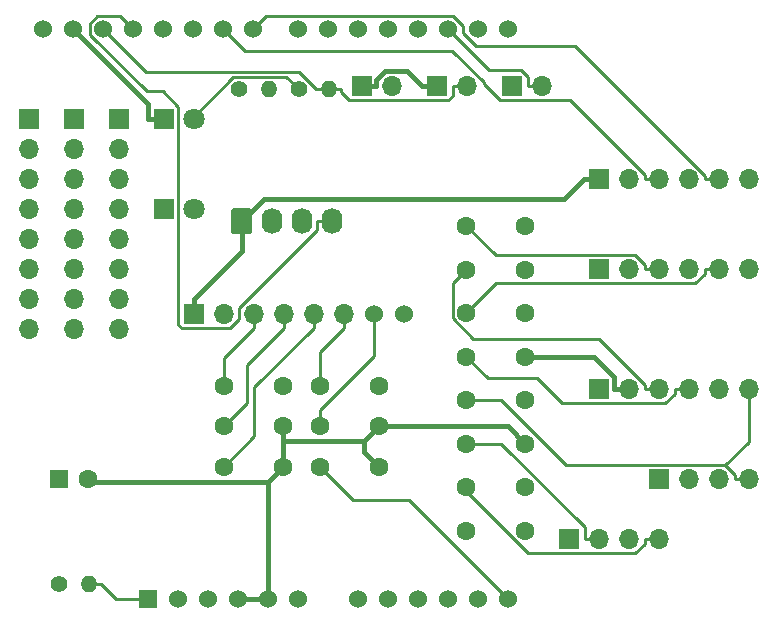
<source format=gbr>
G04 #@! TF.GenerationSoftware,KiCad,Pcbnew,(5.1.5-0-10_14)*
G04 #@! TF.CreationDate,2020-06-21T14:17:04+10:00*
G04 #@! TF.ProjectId,Arduino_NW_Template,41726475-696e-46f5-9f4e-575f54656d70,rev?*
G04 #@! TF.SameCoordinates,Original*
G04 #@! TF.FileFunction,Copper,L1,Top*
G04 #@! TF.FilePolarity,Positive*
%FSLAX46Y46*%
G04 Gerber Fmt 4.6, Leading zero omitted, Abs format (unit mm)*
G04 Created by KiCad (PCBNEW (5.1.5-0-10_14)) date 2020-06-21 14:17:04*
%MOMM*%
%LPD*%
G04 APERTURE LIST*
%ADD10O,1.740000X2.200000*%
%ADD11C,0.100000*%
%ADD12C,1.400000*%
%ADD13O,1.400000X1.400000*%
%ADD14R,1.700000X1.700000*%
%ADD15O,1.700000X1.700000*%
%ADD16C,1.524000*%
%ADD17C,1.800000*%
%ADD18R,1.800000X1.800000*%
%ADD19C,1.600000*%
%ADD20R,1.600000X1.600000*%
%ADD21R,1.524000X1.524000*%
%ADD22C,0.400000*%
%ADD23C,0.250000*%
G04 APERTURE END LIST*
D10*
X126604000Y-82042000D03*
X124064000Y-82042000D03*
X121524000Y-82042000D03*
G04 #@! TA.AperFunction,ComponentPad*
D11*
G36*
X119628505Y-80943204D02*
G01*
X119652773Y-80946804D01*
X119676572Y-80952765D01*
X119699671Y-80961030D01*
X119721850Y-80971520D01*
X119742893Y-80984132D01*
X119762599Y-80998747D01*
X119780777Y-81015223D01*
X119797253Y-81033401D01*
X119811868Y-81053107D01*
X119824480Y-81074150D01*
X119834970Y-81096329D01*
X119843235Y-81119428D01*
X119849196Y-81143227D01*
X119852796Y-81167495D01*
X119854000Y-81191999D01*
X119854000Y-82892001D01*
X119852796Y-82916505D01*
X119849196Y-82940773D01*
X119843235Y-82964572D01*
X119834970Y-82987671D01*
X119824480Y-83009850D01*
X119811868Y-83030893D01*
X119797253Y-83050599D01*
X119780777Y-83068777D01*
X119762599Y-83085253D01*
X119742893Y-83099868D01*
X119721850Y-83112480D01*
X119699671Y-83122970D01*
X119676572Y-83131235D01*
X119652773Y-83137196D01*
X119628505Y-83140796D01*
X119604001Y-83142000D01*
X118363999Y-83142000D01*
X118339495Y-83140796D01*
X118315227Y-83137196D01*
X118291428Y-83131235D01*
X118268329Y-83122970D01*
X118246150Y-83112480D01*
X118225107Y-83099868D01*
X118205401Y-83085253D01*
X118187223Y-83068777D01*
X118170747Y-83050599D01*
X118156132Y-83030893D01*
X118143520Y-83009850D01*
X118133030Y-82987671D01*
X118124765Y-82964572D01*
X118118804Y-82940773D01*
X118115204Y-82916505D01*
X118114000Y-82892001D01*
X118114000Y-81191999D01*
X118115204Y-81167495D01*
X118118804Y-81143227D01*
X118124765Y-81119428D01*
X118133030Y-81096329D01*
X118143520Y-81074150D01*
X118156132Y-81053107D01*
X118170747Y-81033401D01*
X118187223Y-81015223D01*
X118205401Y-80998747D01*
X118225107Y-80984132D01*
X118246150Y-80971520D01*
X118268329Y-80961030D01*
X118291428Y-80952765D01*
X118315227Y-80946804D01*
X118339495Y-80943204D01*
X118363999Y-80942000D01*
X119604001Y-80942000D01*
X119628505Y-80943204D01*
G37*
G04 #@! TD.AperFunction*
D12*
X123810000Y-70866000D03*
D13*
X126350000Y-70866000D03*
D12*
X118730000Y-70866000D03*
D13*
X121270000Y-70866000D03*
D14*
X149210000Y-96266000D03*
D15*
X151750000Y-96266000D03*
X154290000Y-96266000D03*
X156830000Y-96266000D03*
X159370000Y-96266000D03*
X161910000Y-96266000D03*
D14*
X149210000Y-86106000D03*
D15*
X151750000Y-86106000D03*
X154290000Y-86106000D03*
X156830000Y-86106000D03*
X159370000Y-86106000D03*
X161910000Y-86106000D03*
X161910000Y-103886000D03*
X159370000Y-103886000D03*
X156830000Y-103886000D03*
D14*
X154290000Y-103886000D03*
D16*
X132700000Y-89916000D03*
X130160000Y-89916000D03*
D14*
X114920000Y-89916000D03*
D15*
X117460000Y-89916000D03*
X120000000Y-89916000D03*
X122540000Y-89916000D03*
X125080000Y-89916000D03*
X127620000Y-89916000D03*
X154290000Y-108966000D03*
X151750000Y-108966000D03*
X149210000Y-108966000D03*
D14*
X146670000Y-108966000D03*
D15*
X108570000Y-91186000D03*
X108570000Y-88646000D03*
X108570000Y-86106000D03*
X108570000Y-83566000D03*
X108570000Y-81026000D03*
X108570000Y-78486000D03*
X108570000Y-75946000D03*
D14*
X108570000Y-73406000D03*
D15*
X104760000Y-91186000D03*
X104760000Y-88646000D03*
X104760000Y-86106000D03*
X104760000Y-83566000D03*
X104760000Y-81026000D03*
X104760000Y-78486000D03*
X104760000Y-75946000D03*
D14*
X104760000Y-73406000D03*
D15*
X100950000Y-91186000D03*
X100950000Y-88646000D03*
X100950000Y-86106000D03*
X100950000Y-83566000D03*
X100950000Y-81026000D03*
X100950000Y-78486000D03*
X100950000Y-75946000D03*
D14*
X100950000Y-73406000D03*
D15*
X138034000Y-70612000D03*
D14*
X135494000Y-70612000D03*
D15*
X131684000Y-70612000D03*
D14*
X129144000Y-70612000D03*
D15*
X144384000Y-70612000D03*
D14*
X141844000Y-70612000D03*
D17*
X114920000Y-81026000D03*
D18*
X112380000Y-81026000D03*
D17*
X114920000Y-73406000D03*
D18*
X112380000Y-73406000D03*
D19*
X143020000Y-97188900D03*
X138020000Y-97188900D03*
X143020000Y-108246000D03*
X138020000Y-108246000D03*
X143020000Y-104560000D03*
X138020000Y-104560000D03*
X143020000Y-93503100D03*
X138020000Y-93503100D03*
X143020000Y-89817400D03*
X138020000Y-89817400D03*
X143020000Y-86131700D03*
X138020000Y-86131700D03*
X143020000Y-100875000D03*
X138020000Y-100875000D03*
X143020000Y-82446000D03*
X138020000Y-82446000D03*
X130610000Y-102856000D03*
X125610000Y-102856000D03*
X130610000Y-99406000D03*
X125610000Y-99406000D03*
X130610000Y-95956000D03*
X125610000Y-95956000D03*
X122460000Y-102856000D03*
X117460000Y-102856000D03*
X122460000Y-99406000D03*
X117460000Y-99406000D03*
X122460000Y-95956000D03*
X117460000Y-95956000D03*
D14*
X149210000Y-78486000D03*
D15*
X151750000Y-78486000D03*
X154290000Y-78486000D03*
X156830000Y-78486000D03*
X159370000Y-78486000D03*
X161910000Y-78486000D03*
D12*
X103490000Y-112776000D03*
D13*
X106030000Y-112776000D03*
D20*
X103490000Y-103886000D03*
D19*
X105990000Y-103886000D03*
D16*
X102177000Y-65782000D03*
X104717000Y-65782000D03*
X107257000Y-65782000D03*
X109797000Y-65782000D03*
X112337000Y-65782000D03*
X114877000Y-65782000D03*
X117417000Y-65782000D03*
X119957000Y-65782000D03*
X123767000Y-65782000D03*
X126307000Y-65782000D03*
X128847000Y-65782000D03*
X131387000Y-65782000D03*
X133927000Y-65782000D03*
X136467000Y-65782000D03*
X139007000Y-65782000D03*
X141547000Y-65782000D03*
X141547000Y-114042000D03*
X139007000Y-114042000D03*
X136467000Y-114042000D03*
X133927000Y-114042000D03*
X131387000Y-114042000D03*
X128847000Y-114042000D03*
X123767000Y-114042000D03*
X121227000Y-114042000D03*
X118687000Y-114042000D03*
X116147000Y-114042000D03*
X113607000Y-114042000D03*
D21*
X111067000Y-114042000D03*
D22*
X121227000Y-104089000D02*
X122460000Y-102856000D01*
X121227000Y-114042000D02*
X121227000Y-104089000D01*
X121227000Y-104089000D02*
X106193000Y-104089000D01*
X106193000Y-104089000D02*
X105990000Y-103886000D01*
X121227000Y-114042000D02*
X118687000Y-114042000D01*
X129370200Y-100645800D02*
X130610000Y-99406000D01*
X122460000Y-100645800D02*
X129370200Y-100645800D01*
X129370200Y-100645800D02*
X129370200Y-101616200D01*
X129370200Y-101616200D02*
X130610000Y-102856000D01*
X122460000Y-100645800D02*
X122460000Y-102856000D01*
X135494000Y-70612000D02*
X134243700Y-70612000D01*
X129144000Y-70612000D02*
X130394300Y-70612000D01*
X130394300Y-70612000D02*
X130394300Y-70065000D01*
X130394300Y-70065000D02*
X131097600Y-69361700D01*
X131097600Y-69361700D02*
X132993400Y-69361700D01*
X132993400Y-69361700D02*
X134243700Y-70612000D01*
X151750000Y-96266000D02*
X150499700Y-96266000D01*
X143020000Y-93503100D02*
X148804100Y-93503100D01*
X148804100Y-93503100D02*
X150499700Y-95198700D01*
X150499700Y-95198700D02*
X150499700Y-96266000D01*
X130610000Y-99406000D02*
X141551000Y-99406000D01*
X141551000Y-99406000D02*
X143020000Y-100875000D01*
X122460000Y-99406000D02*
X122460000Y-100645800D01*
X112380000Y-73406000D02*
X111079700Y-73406000D01*
X104717000Y-65782000D02*
X111079700Y-72144700D01*
X111079700Y-72144700D02*
X111079700Y-73406000D01*
X149210000Y-78486000D02*
X147959700Y-78486000D01*
X147959700Y-78486000D02*
X146289300Y-80156400D01*
X146289300Y-80156400D02*
X120869600Y-80156400D01*
X120869600Y-80156400D02*
X118984000Y-82042000D01*
X114920000Y-89916000D02*
X114920000Y-88665700D01*
X114920000Y-88665700D02*
X118984000Y-84601700D01*
X118984000Y-84601700D02*
X118984000Y-82042000D01*
D23*
X120000000Y-89916000D02*
X120000000Y-91091300D01*
X117460000Y-95956000D02*
X117460000Y-93631300D01*
X117460000Y-93631300D02*
X120000000Y-91091300D01*
X122540000Y-89916000D02*
X122540000Y-91091300D01*
X122540000Y-91091300D02*
X119456000Y-94175300D01*
X119456000Y-94175300D02*
X119456000Y-97410000D01*
X119456000Y-97410000D02*
X117460000Y-99406000D01*
X125080000Y-89916000D02*
X125080000Y-91091300D01*
X117460000Y-102856000D02*
X120065200Y-100250800D01*
X120065200Y-100250800D02*
X120065200Y-96106100D01*
X120065200Y-96106100D02*
X125080000Y-91091300D01*
X127620000Y-89916000D02*
X127620000Y-91091300D01*
X127620000Y-91091300D02*
X125610000Y-93101300D01*
X125610000Y-93101300D02*
X125610000Y-95956000D01*
X125610000Y-99406000D02*
X125610000Y-98016000D01*
X125610000Y-98016000D02*
X130160000Y-93466000D01*
X130160000Y-93466000D02*
X130160000Y-89916000D01*
X141547000Y-114042000D02*
X133133700Y-105628700D01*
X133133700Y-105628700D02*
X128382700Y-105628700D01*
X128382700Y-105628700D02*
X125610000Y-102856000D01*
X154290000Y-86106000D02*
X153114700Y-86106000D01*
X138020000Y-82446000D02*
X140504700Y-84930700D01*
X140504700Y-84930700D02*
X152306800Y-84930700D01*
X152306800Y-84930700D02*
X153114700Y-85738600D01*
X153114700Y-85738600D02*
X153114700Y-86106000D01*
X149210000Y-108966000D02*
X148034700Y-108966000D01*
X138020000Y-100875000D02*
X140972100Y-100875000D01*
X140972100Y-100875000D02*
X148034700Y-107937600D01*
X148034700Y-107937600D02*
X148034700Y-108966000D01*
X154290000Y-96266000D02*
X153114700Y-96266000D01*
X138020000Y-86131700D02*
X136864400Y-87287300D01*
X136864400Y-87287300D02*
X136864400Y-90255500D01*
X136864400Y-90255500D02*
X138609800Y-92000900D01*
X138609800Y-92000900D02*
X149216900Y-92000900D01*
X149216900Y-92000900D02*
X153114700Y-95898700D01*
X153114700Y-95898700D02*
X153114700Y-96266000D01*
X159370000Y-86106000D02*
X158194700Y-86106000D01*
X158194700Y-86106000D02*
X158194700Y-86473400D01*
X158194700Y-86473400D02*
X157386800Y-87281300D01*
X157386800Y-87281300D02*
X140556100Y-87281300D01*
X140556100Y-87281300D02*
X138020000Y-89817400D01*
X156830000Y-96266000D02*
X155654700Y-96266000D01*
X138020000Y-93503100D02*
X139862900Y-95346000D01*
X139862900Y-95346000D02*
X143994600Y-95346000D01*
X143994600Y-95346000D02*
X146089900Y-97441300D01*
X146089900Y-97441300D02*
X154846800Y-97441300D01*
X154846800Y-97441300D02*
X155654700Y-96633400D01*
X155654700Y-96633400D02*
X155654700Y-96266000D01*
X154290000Y-108966000D02*
X153114700Y-108966000D01*
X138020000Y-104560000D02*
X138020000Y-104914200D01*
X138020000Y-104914200D02*
X143247100Y-110141300D01*
X143247100Y-110141300D02*
X152306800Y-110141300D01*
X152306800Y-110141300D02*
X153114700Y-109333400D01*
X153114700Y-109333400D02*
X153114700Y-108966000D01*
X159926800Y-102710700D02*
X160734700Y-103518600D01*
X160734700Y-103518600D02*
X160734700Y-103886000D01*
X138020000Y-97188900D02*
X140925500Y-97188900D01*
X140925500Y-97188900D02*
X146447300Y-102710700D01*
X146447300Y-102710700D02*
X159926800Y-102710700D01*
X159926800Y-102710700D02*
X161910000Y-100727500D01*
X161910000Y-100727500D02*
X161910000Y-96266000D01*
X161910000Y-103886000D02*
X160734700Y-103886000D01*
X114920000Y-73406000D02*
X114920000Y-73191300D01*
X114920000Y-73191300D02*
X118270600Y-69840700D01*
X118270600Y-69840700D02*
X122784700Y-69840700D01*
X122784700Y-69840700D02*
X123810000Y-70866000D01*
X143208700Y-70612000D02*
X143208700Y-69803900D01*
X143208700Y-69803900D02*
X142654900Y-69250100D01*
X142654900Y-69250100D02*
X139935100Y-69250100D01*
X139935100Y-69250100D02*
X136467000Y-65782000D01*
X144384000Y-70612000D02*
X143208700Y-70612000D01*
X126350000Y-70866000D02*
X127375300Y-70866000D01*
X138034000Y-70612000D02*
X136858700Y-70612000D01*
X136858700Y-70612000D02*
X136858700Y-71420000D01*
X136858700Y-71420000D02*
X136491400Y-71787300D01*
X136491400Y-71787300D02*
X128092200Y-71787300D01*
X128092200Y-71787300D02*
X127375300Y-71070400D01*
X127375300Y-71070400D02*
X127375300Y-70866000D01*
X125324700Y-70866000D02*
X123849100Y-69390400D01*
X123849100Y-69390400D02*
X110865400Y-69390400D01*
X110865400Y-69390400D02*
X107257000Y-65782000D01*
X126350000Y-70866000D02*
X125324700Y-70866000D01*
X154290000Y-78486000D02*
X153114700Y-78486000D01*
X153114700Y-78486000D02*
X153114700Y-78118700D01*
X153114700Y-78118700D02*
X146806600Y-71810600D01*
X146806600Y-71810600D02*
X140879500Y-71810600D01*
X140879500Y-71810600D02*
X139484700Y-70415800D01*
X139484700Y-70415800D02*
X139484700Y-70293300D01*
X139484700Y-70293300D02*
X136843600Y-67652200D01*
X136843600Y-67652200D02*
X119287200Y-67652200D01*
X119287200Y-67652200D02*
X117417000Y-65782000D01*
X159370000Y-78486000D02*
X158194700Y-78486000D01*
X119957000Y-65782000D02*
X121044400Y-64694600D01*
X121044400Y-64694600D02*
X136926500Y-64694600D01*
X136926500Y-64694600D02*
X137737000Y-65505100D01*
X137737000Y-65505100D02*
X137737000Y-66073900D01*
X137737000Y-66073900D02*
X138863200Y-67200100D01*
X138863200Y-67200100D02*
X147206400Y-67200100D01*
X147206400Y-67200100D02*
X158194700Y-78188400D01*
X158194700Y-78188400D02*
X158194700Y-78486000D01*
X126604000Y-82042000D02*
X125408700Y-82042000D01*
X109797000Y-65782000D02*
X108707200Y-64692200D01*
X108707200Y-64692200D02*
X106772800Y-64692200D01*
X106772800Y-64692200D02*
X106161300Y-65303700D01*
X106161300Y-65303700D02*
X106161300Y-66265800D01*
X106161300Y-66265800D02*
X110950800Y-71055300D01*
X110950800Y-71055300D02*
X112324600Y-71055300D01*
X112324600Y-71055300D02*
X113605400Y-72336100D01*
X113605400Y-72336100D02*
X113605400Y-90808300D01*
X113605400Y-90808300D02*
X113903300Y-91106200D01*
X113903300Y-91106200D02*
X117976400Y-91106200D01*
X117976400Y-91106200D02*
X118730000Y-90352600D01*
X118730000Y-90352600D02*
X118730000Y-89428600D01*
X118730000Y-89428600D02*
X125408700Y-82749900D01*
X125408700Y-82749900D02*
X125408700Y-82042000D01*
X106030000Y-112776000D02*
X107055300Y-112776000D01*
X111067000Y-114042000D02*
X108321300Y-114042000D01*
X108321300Y-114042000D02*
X107055300Y-112776000D01*
M02*

</source>
